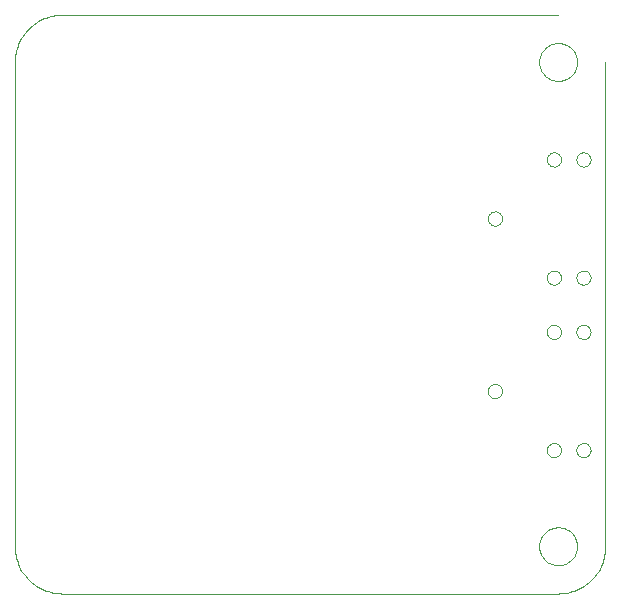
<source format=gm1>
G75*
G70*
%OFA0B0*%
%FSLAX24Y24*%
%IPPOS*%
%LPD*%
%AMOC8*
5,1,8,0,0,1.08239X$1,22.5*
%
%ADD10C,0.0000*%
D10*
X005418Y002075D02*
X005418Y018217D01*
X005420Y018294D01*
X005426Y018371D01*
X005435Y018448D01*
X005448Y018524D01*
X005465Y018600D01*
X005486Y018674D01*
X005510Y018748D01*
X005538Y018820D01*
X005569Y018890D01*
X005604Y018959D01*
X005642Y019027D01*
X005683Y019092D01*
X005728Y019155D01*
X005776Y019216D01*
X005826Y019275D01*
X005879Y019331D01*
X005935Y019384D01*
X005994Y019434D01*
X006055Y019482D01*
X006118Y019527D01*
X006183Y019568D01*
X006251Y019606D01*
X006320Y019641D01*
X006390Y019672D01*
X006462Y019700D01*
X006536Y019724D01*
X006610Y019745D01*
X006686Y019762D01*
X006762Y019775D01*
X006839Y019784D01*
X006916Y019790D01*
X006993Y019792D01*
X006993Y019791D02*
X023528Y019791D01*
X022898Y018217D02*
X022900Y018267D01*
X022906Y018317D01*
X022916Y018366D01*
X022930Y018414D01*
X022947Y018461D01*
X022968Y018506D01*
X022993Y018550D01*
X023021Y018591D01*
X023053Y018630D01*
X023087Y018667D01*
X023124Y018701D01*
X023164Y018731D01*
X023206Y018758D01*
X023250Y018782D01*
X023296Y018803D01*
X023343Y018819D01*
X023391Y018832D01*
X023441Y018841D01*
X023490Y018846D01*
X023541Y018847D01*
X023591Y018844D01*
X023640Y018837D01*
X023689Y018826D01*
X023737Y018811D01*
X023783Y018793D01*
X023828Y018771D01*
X023871Y018745D01*
X023912Y018716D01*
X023951Y018684D01*
X023987Y018649D01*
X024019Y018611D01*
X024049Y018571D01*
X024076Y018528D01*
X024099Y018484D01*
X024118Y018438D01*
X024134Y018390D01*
X024146Y018341D01*
X024154Y018292D01*
X024158Y018242D01*
X024158Y018192D01*
X024154Y018142D01*
X024146Y018093D01*
X024134Y018044D01*
X024118Y017996D01*
X024099Y017950D01*
X024076Y017906D01*
X024049Y017863D01*
X024019Y017823D01*
X023987Y017785D01*
X023951Y017750D01*
X023912Y017718D01*
X023871Y017689D01*
X023828Y017663D01*
X023783Y017641D01*
X023737Y017623D01*
X023689Y017608D01*
X023640Y017597D01*
X023591Y017590D01*
X023541Y017587D01*
X023490Y017588D01*
X023441Y017593D01*
X023391Y017602D01*
X023343Y017615D01*
X023296Y017631D01*
X023250Y017652D01*
X023206Y017676D01*
X023164Y017703D01*
X023124Y017733D01*
X023087Y017767D01*
X023053Y017804D01*
X023021Y017843D01*
X022993Y017884D01*
X022968Y017928D01*
X022947Y017973D01*
X022930Y018020D01*
X022916Y018068D01*
X022906Y018117D01*
X022900Y018167D01*
X022898Y018217D01*
X025103Y018217D02*
X025103Y002075D01*
X022898Y002075D02*
X022900Y002125D01*
X022906Y002175D01*
X022916Y002224D01*
X022930Y002272D01*
X022947Y002319D01*
X022968Y002364D01*
X022993Y002408D01*
X023021Y002449D01*
X023053Y002488D01*
X023087Y002525D01*
X023124Y002559D01*
X023164Y002589D01*
X023206Y002616D01*
X023250Y002640D01*
X023296Y002661D01*
X023343Y002677D01*
X023391Y002690D01*
X023441Y002699D01*
X023490Y002704D01*
X023541Y002705D01*
X023591Y002702D01*
X023640Y002695D01*
X023689Y002684D01*
X023737Y002669D01*
X023783Y002651D01*
X023828Y002629D01*
X023871Y002603D01*
X023912Y002574D01*
X023951Y002542D01*
X023987Y002507D01*
X024019Y002469D01*
X024049Y002429D01*
X024076Y002386D01*
X024099Y002342D01*
X024118Y002296D01*
X024134Y002248D01*
X024146Y002199D01*
X024154Y002150D01*
X024158Y002100D01*
X024158Y002050D01*
X024154Y002000D01*
X024146Y001951D01*
X024134Y001902D01*
X024118Y001854D01*
X024099Y001808D01*
X024076Y001764D01*
X024049Y001721D01*
X024019Y001681D01*
X023987Y001643D01*
X023951Y001608D01*
X023912Y001576D01*
X023871Y001547D01*
X023828Y001521D01*
X023783Y001499D01*
X023737Y001481D01*
X023689Y001466D01*
X023640Y001455D01*
X023591Y001448D01*
X023541Y001445D01*
X023490Y001446D01*
X023441Y001451D01*
X023391Y001460D01*
X023343Y001473D01*
X023296Y001489D01*
X023250Y001510D01*
X023206Y001534D01*
X023164Y001561D01*
X023124Y001591D01*
X023087Y001625D01*
X023053Y001662D01*
X023021Y001701D01*
X022993Y001742D01*
X022968Y001786D01*
X022947Y001831D01*
X022930Y001878D01*
X022916Y001926D01*
X022906Y001975D01*
X022900Y002025D01*
X022898Y002075D01*
X023528Y000500D02*
X023605Y000502D01*
X023682Y000508D01*
X023759Y000517D01*
X023835Y000530D01*
X023911Y000547D01*
X023985Y000568D01*
X024059Y000592D01*
X024131Y000620D01*
X024201Y000651D01*
X024270Y000686D01*
X024338Y000724D01*
X024403Y000765D01*
X024466Y000810D01*
X024527Y000858D01*
X024586Y000908D01*
X024642Y000961D01*
X024695Y001017D01*
X024745Y001076D01*
X024793Y001137D01*
X024838Y001200D01*
X024879Y001265D01*
X024917Y001333D01*
X024952Y001402D01*
X024983Y001472D01*
X025011Y001544D01*
X025035Y001618D01*
X025056Y001692D01*
X025073Y001768D01*
X025086Y001844D01*
X025095Y001921D01*
X025101Y001998D01*
X025103Y002075D01*
X023528Y000500D02*
X006993Y000500D01*
X006916Y000502D01*
X006839Y000508D01*
X006762Y000517D01*
X006686Y000530D01*
X006610Y000547D01*
X006536Y000568D01*
X006462Y000592D01*
X006390Y000620D01*
X006320Y000651D01*
X006251Y000686D01*
X006183Y000724D01*
X006118Y000765D01*
X006055Y000810D01*
X005994Y000858D01*
X005935Y000908D01*
X005879Y000961D01*
X005826Y001017D01*
X005776Y001076D01*
X005728Y001137D01*
X005683Y001200D01*
X005642Y001265D01*
X005604Y001333D01*
X005569Y001402D01*
X005538Y001472D01*
X005510Y001544D01*
X005486Y001618D01*
X005465Y001692D01*
X005448Y001768D01*
X005435Y001844D01*
X005426Y001921D01*
X005420Y001998D01*
X005418Y002075D01*
X021187Y007250D02*
X021189Y007280D01*
X021195Y007310D01*
X021204Y007339D01*
X021217Y007366D01*
X021234Y007391D01*
X021253Y007414D01*
X021276Y007435D01*
X021301Y007452D01*
X021327Y007466D01*
X021356Y007476D01*
X021385Y007483D01*
X021415Y007486D01*
X021446Y007485D01*
X021476Y007480D01*
X021505Y007471D01*
X021532Y007459D01*
X021558Y007444D01*
X021582Y007425D01*
X021603Y007403D01*
X021621Y007379D01*
X021636Y007352D01*
X021647Y007324D01*
X021655Y007295D01*
X021659Y007265D01*
X021659Y007235D01*
X021655Y007205D01*
X021647Y007176D01*
X021636Y007148D01*
X021621Y007121D01*
X021603Y007097D01*
X021582Y007075D01*
X021558Y007056D01*
X021532Y007041D01*
X021505Y007029D01*
X021476Y007020D01*
X021446Y007015D01*
X021415Y007014D01*
X021385Y007017D01*
X021356Y007024D01*
X021327Y007034D01*
X021301Y007048D01*
X021276Y007065D01*
X021253Y007086D01*
X021234Y007109D01*
X021217Y007134D01*
X021204Y007161D01*
X021195Y007190D01*
X021189Y007220D01*
X021187Y007250D01*
X023156Y005281D02*
X023158Y005311D01*
X023164Y005341D01*
X023173Y005370D01*
X023186Y005397D01*
X023203Y005422D01*
X023222Y005445D01*
X023245Y005466D01*
X023270Y005483D01*
X023296Y005497D01*
X023325Y005507D01*
X023354Y005514D01*
X023384Y005517D01*
X023415Y005516D01*
X023445Y005511D01*
X023474Y005502D01*
X023501Y005490D01*
X023527Y005475D01*
X023551Y005456D01*
X023572Y005434D01*
X023590Y005410D01*
X023605Y005383D01*
X023616Y005355D01*
X023624Y005326D01*
X023628Y005296D01*
X023628Y005266D01*
X023624Y005236D01*
X023616Y005207D01*
X023605Y005179D01*
X023590Y005152D01*
X023572Y005128D01*
X023551Y005106D01*
X023527Y005087D01*
X023501Y005072D01*
X023474Y005060D01*
X023445Y005051D01*
X023415Y005046D01*
X023384Y005045D01*
X023354Y005048D01*
X023325Y005055D01*
X023296Y005065D01*
X023270Y005079D01*
X023245Y005096D01*
X023222Y005117D01*
X023203Y005140D01*
X023186Y005165D01*
X023173Y005192D01*
X023164Y005221D01*
X023158Y005251D01*
X023156Y005281D01*
X024140Y005281D02*
X024142Y005311D01*
X024148Y005341D01*
X024157Y005370D01*
X024170Y005397D01*
X024187Y005422D01*
X024206Y005445D01*
X024229Y005466D01*
X024254Y005483D01*
X024280Y005497D01*
X024309Y005507D01*
X024338Y005514D01*
X024368Y005517D01*
X024399Y005516D01*
X024429Y005511D01*
X024458Y005502D01*
X024485Y005490D01*
X024511Y005475D01*
X024535Y005456D01*
X024556Y005434D01*
X024574Y005410D01*
X024589Y005383D01*
X024600Y005355D01*
X024608Y005326D01*
X024612Y005296D01*
X024612Y005266D01*
X024608Y005236D01*
X024600Y005207D01*
X024589Y005179D01*
X024574Y005152D01*
X024556Y005128D01*
X024535Y005106D01*
X024511Y005087D01*
X024485Y005072D01*
X024458Y005060D01*
X024429Y005051D01*
X024399Y005046D01*
X024368Y005045D01*
X024338Y005048D01*
X024309Y005055D01*
X024280Y005065D01*
X024254Y005079D01*
X024229Y005096D01*
X024206Y005117D01*
X024187Y005140D01*
X024170Y005165D01*
X024157Y005192D01*
X024148Y005221D01*
X024142Y005251D01*
X024140Y005281D01*
X024140Y009219D02*
X024142Y009249D01*
X024148Y009279D01*
X024157Y009308D01*
X024170Y009335D01*
X024187Y009360D01*
X024206Y009383D01*
X024229Y009404D01*
X024254Y009421D01*
X024280Y009435D01*
X024309Y009445D01*
X024338Y009452D01*
X024368Y009455D01*
X024399Y009454D01*
X024429Y009449D01*
X024458Y009440D01*
X024485Y009428D01*
X024511Y009413D01*
X024535Y009394D01*
X024556Y009372D01*
X024574Y009348D01*
X024589Y009321D01*
X024600Y009293D01*
X024608Y009264D01*
X024612Y009234D01*
X024612Y009204D01*
X024608Y009174D01*
X024600Y009145D01*
X024589Y009117D01*
X024574Y009090D01*
X024556Y009066D01*
X024535Y009044D01*
X024511Y009025D01*
X024485Y009010D01*
X024458Y008998D01*
X024429Y008989D01*
X024399Y008984D01*
X024368Y008983D01*
X024338Y008986D01*
X024309Y008993D01*
X024280Y009003D01*
X024254Y009017D01*
X024229Y009034D01*
X024206Y009055D01*
X024187Y009078D01*
X024170Y009103D01*
X024157Y009130D01*
X024148Y009159D01*
X024142Y009189D01*
X024140Y009219D01*
X023156Y009219D02*
X023158Y009249D01*
X023164Y009279D01*
X023173Y009308D01*
X023186Y009335D01*
X023203Y009360D01*
X023222Y009383D01*
X023245Y009404D01*
X023270Y009421D01*
X023296Y009435D01*
X023325Y009445D01*
X023354Y009452D01*
X023384Y009455D01*
X023415Y009454D01*
X023445Y009449D01*
X023474Y009440D01*
X023501Y009428D01*
X023527Y009413D01*
X023551Y009394D01*
X023572Y009372D01*
X023590Y009348D01*
X023605Y009321D01*
X023616Y009293D01*
X023624Y009264D01*
X023628Y009234D01*
X023628Y009204D01*
X023624Y009174D01*
X023616Y009145D01*
X023605Y009117D01*
X023590Y009090D01*
X023572Y009066D01*
X023551Y009044D01*
X023527Y009025D01*
X023501Y009010D01*
X023474Y008998D01*
X023445Y008989D01*
X023415Y008984D01*
X023384Y008983D01*
X023354Y008986D01*
X023325Y008993D01*
X023296Y009003D01*
X023270Y009017D01*
X023245Y009034D01*
X023222Y009055D01*
X023203Y009078D01*
X023186Y009103D01*
X023173Y009130D01*
X023164Y009159D01*
X023158Y009189D01*
X023156Y009219D01*
X023156Y011031D02*
X023158Y011061D01*
X023164Y011091D01*
X023173Y011120D01*
X023186Y011147D01*
X023203Y011172D01*
X023222Y011195D01*
X023245Y011216D01*
X023270Y011233D01*
X023296Y011247D01*
X023325Y011257D01*
X023354Y011264D01*
X023384Y011267D01*
X023415Y011266D01*
X023445Y011261D01*
X023474Y011252D01*
X023501Y011240D01*
X023527Y011225D01*
X023551Y011206D01*
X023572Y011184D01*
X023590Y011160D01*
X023605Y011133D01*
X023616Y011105D01*
X023624Y011076D01*
X023628Y011046D01*
X023628Y011016D01*
X023624Y010986D01*
X023616Y010957D01*
X023605Y010929D01*
X023590Y010902D01*
X023572Y010878D01*
X023551Y010856D01*
X023527Y010837D01*
X023501Y010822D01*
X023474Y010810D01*
X023445Y010801D01*
X023415Y010796D01*
X023384Y010795D01*
X023354Y010798D01*
X023325Y010805D01*
X023296Y010815D01*
X023270Y010829D01*
X023245Y010846D01*
X023222Y010867D01*
X023203Y010890D01*
X023186Y010915D01*
X023173Y010942D01*
X023164Y010971D01*
X023158Y011001D01*
X023156Y011031D01*
X024140Y011031D02*
X024142Y011061D01*
X024148Y011091D01*
X024157Y011120D01*
X024170Y011147D01*
X024187Y011172D01*
X024206Y011195D01*
X024229Y011216D01*
X024254Y011233D01*
X024280Y011247D01*
X024309Y011257D01*
X024338Y011264D01*
X024368Y011267D01*
X024399Y011266D01*
X024429Y011261D01*
X024458Y011252D01*
X024485Y011240D01*
X024511Y011225D01*
X024535Y011206D01*
X024556Y011184D01*
X024574Y011160D01*
X024589Y011133D01*
X024600Y011105D01*
X024608Y011076D01*
X024612Y011046D01*
X024612Y011016D01*
X024608Y010986D01*
X024600Y010957D01*
X024589Y010929D01*
X024574Y010902D01*
X024556Y010878D01*
X024535Y010856D01*
X024511Y010837D01*
X024485Y010822D01*
X024458Y010810D01*
X024429Y010801D01*
X024399Y010796D01*
X024368Y010795D01*
X024338Y010798D01*
X024309Y010805D01*
X024280Y010815D01*
X024254Y010829D01*
X024229Y010846D01*
X024206Y010867D01*
X024187Y010890D01*
X024170Y010915D01*
X024157Y010942D01*
X024148Y010971D01*
X024142Y011001D01*
X024140Y011031D01*
X021187Y013000D02*
X021189Y013030D01*
X021195Y013060D01*
X021204Y013089D01*
X021217Y013116D01*
X021234Y013141D01*
X021253Y013164D01*
X021276Y013185D01*
X021301Y013202D01*
X021327Y013216D01*
X021356Y013226D01*
X021385Y013233D01*
X021415Y013236D01*
X021446Y013235D01*
X021476Y013230D01*
X021505Y013221D01*
X021532Y013209D01*
X021558Y013194D01*
X021582Y013175D01*
X021603Y013153D01*
X021621Y013129D01*
X021636Y013102D01*
X021647Y013074D01*
X021655Y013045D01*
X021659Y013015D01*
X021659Y012985D01*
X021655Y012955D01*
X021647Y012926D01*
X021636Y012898D01*
X021621Y012871D01*
X021603Y012847D01*
X021582Y012825D01*
X021558Y012806D01*
X021532Y012791D01*
X021505Y012779D01*
X021476Y012770D01*
X021446Y012765D01*
X021415Y012764D01*
X021385Y012767D01*
X021356Y012774D01*
X021327Y012784D01*
X021301Y012798D01*
X021276Y012815D01*
X021253Y012836D01*
X021234Y012859D01*
X021217Y012884D01*
X021204Y012911D01*
X021195Y012940D01*
X021189Y012970D01*
X021187Y013000D01*
X023156Y014969D02*
X023158Y014999D01*
X023164Y015029D01*
X023173Y015058D01*
X023186Y015085D01*
X023203Y015110D01*
X023222Y015133D01*
X023245Y015154D01*
X023270Y015171D01*
X023296Y015185D01*
X023325Y015195D01*
X023354Y015202D01*
X023384Y015205D01*
X023415Y015204D01*
X023445Y015199D01*
X023474Y015190D01*
X023501Y015178D01*
X023527Y015163D01*
X023551Y015144D01*
X023572Y015122D01*
X023590Y015098D01*
X023605Y015071D01*
X023616Y015043D01*
X023624Y015014D01*
X023628Y014984D01*
X023628Y014954D01*
X023624Y014924D01*
X023616Y014895D01*
X023605Y014867D01*
X023590Y014840D01*
X023572Y014816D01*
X023551Y014794D01*
X023527Y014775D01*
X023501Y014760D01*
X023474Y014748D01*
X023445Y014739D01*
X023415Y014734D01*
X023384Y014733D01*
X023354Y014736D01*
X023325Y014743D01*
X023296Y014753D01*
X023270Y014767D01*
X023245Y014784D01*
X023222Y014805D01*
X023203Y014828D01*
X023186Y014853D01*
X023173Y014880D01*
X023164Y014909D01*
X023158Y014939D01*
X023156Y014969D01*
X024140Y014969D02*
X024142Y014999D01*
X024148Y015029D01*
X024157Y015058D01*
X024170Y015085D01*
X024187Y015110D01*
X024206Y015133D01*
X024229Y015154D01*
X024254Y015171D01*
X024280Y015185D01*
X024309Y015195D01*
X024338Y015202D01*
X024368Y015205D01*
X024399Y015204D01*
X024429Y015199D01*
X024458Y015190D01*
X024485Y015178D01*
X024511Y015163D01*
X024535Y015144D01*
X024556Y015122D01*
X024574Y015098D01*
X024589Y015071D01*
X024600Y015043D01*
X024608Y015014D01*
X024612Y014984D01*
X024612Y014954D01*
X024608Y014924D01*
X024600Y014895D01*
X024589Y014867D01*
X024574Y014840D01*
X024556Y014816D01*
X024535Y014794D01*
X024511Y014775D01*
X024485Y014760D01*
X024458Y014748D01*
X024429Y014739D01*
X024399Y014734D01*
X024368Y014733D01*
X024338Y014736D01*
X024309Y014743D01*
X024280Y014753D01*
X024254Y014767D01*
X024229Y014784D01*
X024206Y014805D01*
X024187Y014828D01*
X024170Y014853D01*
X024157Y014880D01*
X024148Y014909D01*
X024142Y014939D01*
X024140Y014969D01*
M02*

</source>
